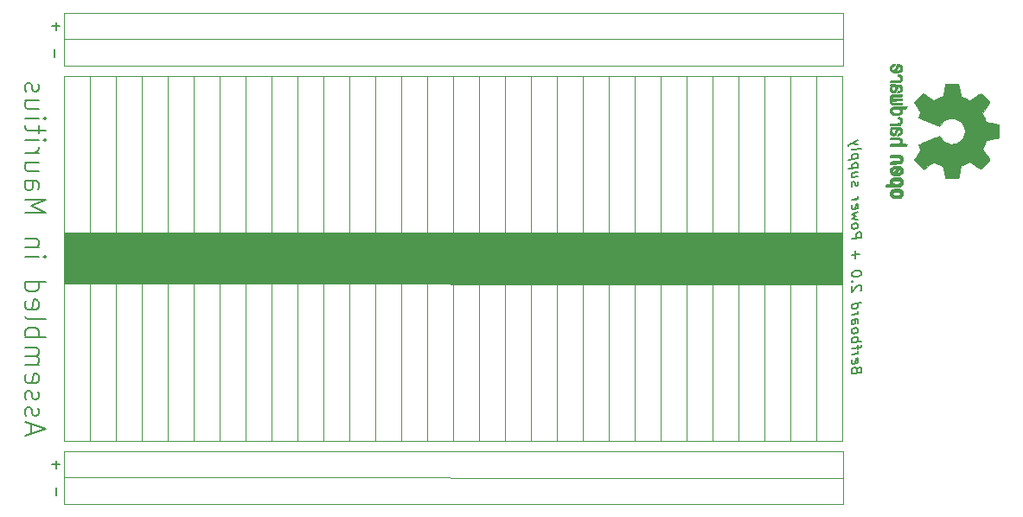
<source format=gbr>
G04 #@! TF.GenerationSoftware,KiCad,Pcbnew,(5.1.6)-1*
G04 #@! TF.CreationDate,2020-06-02T23:24:11+04:00*
G04 #@! TF.ProjectId,Berfboard 2.0-psupply,42657266-626f-4617-9264-20322e302d70,rev?*
G04 #@! TF.SameCoordinates,Original*
G04 #@! TF.FileFunction,Legend,Bot*
G04 #@! TF.FilePolarity,Positive*
%FSLAX46Y46*%
G04 Gerber Fmt 4.6, Leading zero omitted, Abs format (unit mm)*
G04 Created by KiCad (PCBNEW (5.1.6)-1) date 2020-06-02 23:24:11*
%MOMM*%
%LPD*%
G01*
G04 APERTURE LIST*
%ADD10C,0.150000*%
%ADD11C,0.120000*%
%ADD12C,0.100000*%
%ADD13C,0.010000*%
G04 APERTURE END LIST*
D10*
X177152608Y-76105178D02*
X177104989Y-75968273D01*
X177057370Y-75926607D01*
X176962132Y-75890892D01*
X176819275Y-75908749D01*
X176724037Y-75968273D01*
X176676418Y-76021845D01*
X176628799Y-76123035D01*
X176628799Y-76503987D01*
X177628799Y-76378987D01*
X177628799Y-76045654D01*
X177581180Y-75956368D01*
X177533560Y-75914702D01*
X177438322Y-75878987D01*
X177343084Y-75890892D01*
X177247846Y-75950416D01*
X177200227Y-76003987D01*
X177152608Y-76105178D01*
X177152608Y-76438511D01*
X176676418Y-75117083D02*
X176628799Y-75218273D01*
X176628799Y-75408749D01*
X176676418Y-75498035D01*
X176771656Y-75533749D01*
X177152608Y-75486130D01*
X177247846Y-75426607D01*
X177295465Y-75325416D01*
X177295465Y-75134940D01*
X177247846Y-75045654D01*
X177152608Y-75009940D01*
X177057370Y-75021845D01*
X176962132Y-75509940D01*
X176628799Y-74646845D02*
X177295465Y-74563511D01*
X177104989Y-74587321D02*
X177200227Y-74527797D01*
X177247846Y-74474226D01*
X177295465Y-74373035D01*
X177295465Y-74277797D01*
X177295465Y-74087321D02*
X177295465Y-73706368D01*
X176628799Y-74027797D02*
X177485941Y-73920654D01*
X177581180Y-73861130D01*
X177628799Y-73759940D01*
X177628799Y-73664702D01*
X176628799Y-73456368D02*
X177628799Y-73331368D01*
X177247846Y-73378987D02*
X177295465Y-73277797D01*
X177295465Y-73087321D01*
X177247846Y-72998035D01*
X177200227Y-72956368D01*
X177104989Y-72920654D01*
X176819275Y-72956368D01*
X176724037Y-73015892D01*
X176676418Y-73069464D01*
X176628799Y-73170654D01*
X176628799Y-73361130D01*
X176676418Y-73450416D01*
X176628799Y-72408749D02*
X176676418Y-72498035D01*
X176724037Y-72539702D01*
X176819275Y-72575416D01*
X177104989Y-72539702D01*
X177200227Y-72480178D01*
X177247846Y-72426607D01*
X177295465Y-72325416D01*
X177295465Y-72182559D01*
X177247846Y-72093273D01*
X177200227Y-72051607D01*
X177104989Y-72015892D01*
X176819275Y-72051607D01*
X176724037Y-72111130D01*
X176676418Y-72164702D01*
X176628799Y-72265892D01*
X176628799Y-72408749D01*
X176628799Y-71218273D02*
X177152608Y-71152797D01*
X177247846Y-71188511D01*
X177295465Y-71277797D01*
X177295465Y-71468273D01*
X177247846Y-71569464D01*
X176676418Y-71212321D02*
X176628799Y-71313511D01*
X176628799Y-71551607D01*
X176676418Y-71640892D01*
X176771656Y-71676607D01*
X176866894Y-71664702D01*
X176962132Y-71605178D01*
X177009751Y-71503987D01*
X177009751Y-71265892D01*
X177057370Y-71164702D01*
X176628799Y-70742083D02*
X177295465Y-70658749D01*
X177104989Y-70682559D02*
X177200227Y-70623035D01*
X177247846Y-70569464D01*
X177295465Y-70468273D01*
X177295465Y-70373035D01*
X176628799Y-69694464D02*
X177628799Y-69569464D01*
X176676418Y-69688511D02*
X176628799Y-69789702D01*
X176628799Y-69980178D01*
X176676418Y-70069464D01*
X176724037Y-70111130D01*
X176819275Y-70146845D01*
X177104989Y-70111130D01*
X177200227Y-70051607D01*
X177247846Y-69998035D01*
X177295465Y-69896845D01*
X177295465Y-69706368D01*
X177247846Y-69617083D01*
X177533560Y-68390892D02*
X177581180Y-68337321D01*
X177628799Y-68236130D01*
X177628799Y-67998035D01*
X177581180Y-67908749D01*
X177533560Y-67867083D01*
X177438322Y-67831368D01*
X177343084Y-67843273D01*
X177200227Y-67908749D01*
X176628799Y-68551607D01*
X176628799Y-67932559D01*
X176724037Y-67492083D02*
X176676418Y-67450416D01*
X176628799Y-67503987D01*
X176676418Y-67545654D01*
X176724037Y-67492083D01*
X176628799Y-67503987D01*
X177628799Y-66712321D02*
X177628799Y-66617083D01*
X177581180Y-66527797D01*
X177533560Y-66486130D01*
X177438322Y-66450416D01*
X177247846Y-66426607D01*
X177009751Y-66456368D01*
X176819275Y-66527797D01*
X176724037Y-66587321D01*
X176676418Y-66640892D01*
X176628799Y-66742083D01*
X176628799Y-66837321D01*
X176676418Y-66926607D01*
X176724037Y-66968273D01*
X176819275Y-67003987D01*
X177009751Y-67027797D01*
X177247846Y-66998035D01*
X177438322Y-66926607D01*
X177533560Y-66867083D01*
X177581180Y-66813511D01*
X177628799Y-66712321D01*
X177009751Y-65265892D02*
X177009751Y-64503987D01*
X176628799Y-64932559D02*
X177390703Y-64837321D01*
X176628799Y-63313511D02*
X177628799Y-63188511D01*
X177628799Y-62807559D01*
X177581180Y-62718273D01*
X177533560Y-62676607D01*
X177438322Y-62640892D01*
X177295465Y-62658749D01*
X177200227Y-62718273D01*
X177152608Y-62771845D01*
X177104989Y-62873035D01*
X177104989Y-63253987D01*
X176628799Y-62170654D02*
X176676418Y-62259940D01*
X176724037Y-62301607D01*
X176819275Y-62337321D01*
X177104989Y-62301607D01*
X177200227Y-62242083D01*
X177247846Y-62188511D01*
X177295465Y-62087321D01*
X177295465Y-61944464D01*
X177247846Y-61855178D01*
X177200227Y-61813511D01*
X177104989Y-61777797D01*
X176819275Y-61813511D01*
X176724037Y-61873035D01*
X176676418Y-61926607D01*
X176628799Y-62027797D01*
X176628799Y-62170654D01*
X177295465Y-61420654D02*
X176628799Y-61313511D01*
X177104989Y-61063511D01*
X176628799Y-60932559D01*
X177295465Y-60658749D01*
X176676418Y-59974226D02*
X176628799Y-60075416D01*
X176628799Y-60265892D01*
X176676418Y-60355178D01*
X176771656Y-60390892D01*
X177152608Y-60343273D01*
X177247846Y-60283749D01*
X177295465Y-60182559D01*
X177295465Y-59992083D01*
X177247846Y-59902797D01*
X177152608Y-59867083D01*
X177057370Y-59878987D01*
X176962132Y-60367083D01*
X176628799Y-59503987D02*
X177295465Y-59420654D01*
X177104989Y-59444464D02*
X177200227Y-59384940D01*
X177247846Y-59331368D01*
X177295465Y-59230178D01*
X177295465Y-59134940D01*
X176676418Y-58164702D02*
X176628799Y-58075416D01*
X176628799Y-57884940D01*
X176676418Y-57783749D01*
X176771656Y-57724226D01*
X176819275Y-57718273D01*
X176914513Y-57753987D01*
X176962132Y-57843273D01*
X176962132Y-57986130D01*
X177009751Y-58075416D01*
X177104989Y-58111130D01*
X177152608Y-58105178D01*
X177247846Y-58045654D01*
X177295465Y-57944464D01*
X177295465Y-57801607D01*
X177247846Y-57712321D01*
X177295465Y-56801607D02*
X176628799Y-56884940D01*
X177295465Y-57230178D02*
X176771656Y-57295654D01*
X176676418Y-57259940D01*
X176628799Y-57170654D01*
X176628799Y-57027797D01*
X176676418Y-56926607D01*
X176724037Y-56873035D01*
X177295465Y-56325416D02*
X176295465Y-56450416D01*
X177247846Y-56331368D02*
X177295465Y-56230178D01*
X177295465Y-56039702D01*
X177247846Y-55950416D01*
X177200227Y-55908749D01*
X177104989Y-55873035D01*
X176819275Y-55908749D01*
X176724037Y-55968273D01*
X176676418Y-56021845D01*
X176628799Y-56123035D01*
X176628799Y-56313511D01*
X176676418Y-56402797D01*
X177295465Y-55420654D02*
X176295465Y-55545654D01*
X177247846Y-55426607D02*
X177295465Y-55325416D01*
X177295465Y-55134940D01*
X177247846Y-55045654D01*
X177200227Y-55003987D01*
X177104989Y-54968273D01*
X176819275Y-55003987D01*
X176724037Y-55063511D01*
X176676418Y-55117083D01*
X176628799Y-55218273D01*
X176628799Y-55408749D01*
X176676418Y-55498035D01*
X176628799Y-54456368D02*
X176676418Y-54545654D01*
X176771656Y-54581368D01*
X177628799Y-54474226D01*
X177295465Y-54087321D02*
X176628799Y-53932559D01*
X177295465Y-53611130D02*
X176628799Y-53932559D01*
X176390703Y-54057559D01*
X176343084Y-54111130D01*
X176295465Y-54212321D01*
D11*
X99504500Y-86677500D02*
X175831500Y-86741000D01*
X175831500Y-89281000D02*
X99504500Y-89281000D01*
X175831500Y-84074000D02*
X175831500Y-89281000D01*
X99504500Y-84074000D02*
X175831500Y-84074000D01*
X99504500Y-43751500D02*
X175831500Y-43751500D01*
X175831500Y-46355000D02*
X99504500Y-46355000D01*
X175831500Y-41148000D02*
X175831500Y-46355000D01*
X99504500Y-41148000D02*
X175831500Y-41148000D01*
D10*
X96300966Y-82392276D02*
X96300966Y-81439895D01*
X95729538Y-82582752D02*
X97729538Y-81916085D01*
X95729538Y-81249419D01*
X95824776Y-80677990D02*
X95729538Y-80487514D01*
X95729538Y-80106561D01*
X95824776Y-79916085D01*
X96015252Y-79820847D01*
X96110490Y-79820847D01*
X96300966Y-79916085D01*
X96396204Y-80106561D01*
X96396204Y-80392276D01*
X96491442Y-80582752D01*
X96681919Y-80677990D01*
X96777157Y-80677990D01*
X96967633Y-80582752D01*
X97062871Y-80392276D01*
X97062871Y-80106561D01*
X96967633Y-79916085D01*
X95824776Y-79058942D02*
X95729538Y-78868466D01*
X95729538Y-78487514D01*
X95824776Y-78297038D01*
X96015252Y-78201800D01*
X96110490Y-78201800D01*
X96300966Y-78297038D01*
X96396204Y-78487514D01*
X96396204Y-78773228D01*
X96491442Y-78963704D01*
X96681919Y-79058942D01*
X96777157Y-79058942D01*
X96967633Y-78963704D01*
X97062871Y-78773228D01*
X97062871Y-78487514D01*
X96967633Y-78297038D01*
X95824776Y-76582752D02*
X95729538Y-76773228D01*
X95729538Y-77154180D01*
X95824776Y-77344657D01*
X96015252Y-77439895D01*
X96777157Y-77439895D01*
X96967633Y-77344657D01*
X97062871Y-77154180D01*
X97062871Y-76773228D01*
X96967633Y-76582752D01*
X96777157Y-76487514D01*
X96586680Y-76487514D01*
X96396204Y-77439895D01*
X95729538Y-75630371D02*
X97062871Y-75630371D01*
X96872395Y-75630371D02*
X96967633Y-75535133D01*
X97062871Y-75344657D01*
X97062871Y-75058942D01*
X96967633Y-74868466D01*
X96777157Y-74773228D01*
X95729538Y-74773228D01*
X96777157Y-74773228D02*
X96967633Y-74677990D01*
X97062871Y-74487514D01*
X97062871Y-74201800D01*
X96967633Y-74011323D01*
X96777157Y-73916085D01*
X95729538Y-73916085D01*
X95729538Y-72963704D02*
X97729538Y-72963704D01*
X96967633Y-72963704D02*
X97062871Y-72773228D01*
X97062871Y-72392276D01*
X96967633Y-72201800D01*
X96872395Y-72106561D01*
X96681919Y-72011323D01*
X96110490Y-72011323D01*
X95920014Y-72106561D01*
X95824776Y-72201800D01*
X95729538Y-72392276D01*
X95729538Y-72773228D01*
X95824776Y-72963704D01*
X95729538Y-70868466D02*
X95824776Y-71058942D01*
X96015252Y-71154180D01*
X97729538Y-71154180D01*
X95824776Y-69344657D02*
X95729538Y-69535133D01*
X95729538Y-69916085D01*
X95824776Y-70106561D01*
X96015252Y-70201800D01*
X96777157Y-70201800D01*
X96967633Y-70106561D01*
X97062871Y-69916085D01*
X97062871Y-69535133D01*
X96967633Y-69344657D01*
X96777157Y-69249419D01*
X96586680Y-69249419D01*
X96396204Y-70201800D01*
X95729538Y-67535133D02*
X97729538Y-67535133D01*
X95824776Y-67535133D02*
X95729538Y-67725609D01*
X95729538Y-68106561D01*
X95824776Y-68297038D01*
X95920014Y-68392276D01*
X96110490Y-68487514D01*
X96681919Y-68487514D01*
X96872395Y-68392276D01*
X96967633Y-68297038D01*
X97062871Y-68106561D01*
X97062871Y-67725609D01*
X96967633Y-67535133D01*
X95729538Y-65058942D02*
X97062871Y-65058942D01*
X97729538Y-65058942D02*
X97634300Y-65154180D01*
X97539061Y-65058942D01*
X97634300Y-64963704D01*
X97729538Y-65058942D01*
X97539061Y-65058942D01*
X97062871Y-64106561D02*
X95729538Y-64106561D01*
X96872395Y-64106561D02*
X96967633Y-64011323D01*
X97062871Y-63820847D01*
X97062871Y-63535133D01*
X96967633Y-63344657D01*
X96777157Y-63249419D01*
X95729538Y-63249419D01*
X95729538Y-60773228D02*
X97729538Y-60773228D01*
X96300966Y-60106561D01*
X97729538Y-59439895D01*
X95729538Y-59439895D01*
X95729538Y-57630371D02*
X96777157Y-57630371D01*
X96967633Y-57725609D01*
X97062871Y-57916085D01*
X97062871Y-58297038D01*
X96967633Y-58487514D01*
X95824776Y-57630371D02*
X95729538Y-57820847D01*
X95729538Y-58297038D01*
X95824776Y-58487514D01*
X96015252Y-58582752D01*
X96205728Y-58582752D01*
X96396204Y-58487514D01*
X96491442Y-58297038D01*
X96491442Y-57820847D01*
X96586680Y-57630371D01*
X97062871Y-55820847D02*
X95729538Y-55820847D01*
X97062871Y-56677990D02*
X96015252Y-56677990D01*
X95824776Y-56582752D01*
X95729538Y-56392276D01*
X95729538Y-56106561D01*
X95824776Y-55916085D01*
X95920014Y-55820847D01*
X95729538Y-54868466D02*
X97062871Y-54868466D01*
X96681919Y-54868466D02*
X96872395Y-54773228D01*
X96967633Y-54677990D01*
X97062871Y-54487514D01*
X97062871Y-54297038D01*
X95729538Y-53630371D02*
X97062871Y-53630371D01*
X97729538Y-53630371D02*
X97634300Y-53725609D01*
X97539061Y-53630371D01*
X97634300Y-53535133D01*
X97729538Y-53630371D01*
X97539061Y-53630371D01*
X97062871Y-52963704D02*
X97062871Y-52201800D01*
X97729538Y-52677990D02*
X96015252Y-52677990D01*
X95824776Y-52582752D01*
X95729538Y-52392276D01*
X95729538Y-52201800D01*
X95729538Y-51535133D02*
X97062871Y-51535133D01*
X97729538Y-51535133D02*
X97634300Y-51630371D01*
X97539061Y-51535133D01*
X97634300Y-51439895D01*
X97729538Y-51535133D01*
X97539061Y-51535133D01*
X97062871Y-49725609D02*
X95729538Y-49725609D01*
X97062871Y-50582752D02*
X96015252Y-50582752D01*
X95824776Y-50487514D01*
X95729538Y-50297038D01*
X95729538Y-50011323D01*
X95824776Y-49820847D01*
X95920014Y-49725609D01*
X95824776Y-48868466D02*
X95729538Y-48677990D01*
X95729538Y-48297038D01*
X95824776Y-48106561D01*
X96015252Y-48011323D01*
X96110490Y-48011323D01*
X96300966Y-48106561D01*
X96396204Y-48297038D01*
X96396204Y-48582752D01*
X96491442Y-48773228D01*
X96681919Y-48868466D01*
X96777157Y-48868466D01*
X96967633Y-48773228D01*
X97062871Y-48582752D01*
X97062871Y-48297038D01*
X96967633Y-48106561D01*
D12*
G36*
X175768000Y-67767200D02*
G01*
X99517200Y-67716400D01*
X99517200Y-62687200D01*
X175768000Y-62687200D01*
X175768000Y-67767200D01*
G37*
X175768000Y-67767200D02*
X99517200Y-67716400D01*
X99517200Y-62687200D01*
X175768000Y-62687200D01*
X175768000Y-67767200D01*
D11*
X99504500Y-47371000D02*
X175768000Y-47371000D01*
X175768000Y-83058000D02*
X99517200Y-83058000D01*
D10*
X98636128Y-45478652D02*
X98636128Y-44716747D01*
X98386947Y-42464028D02*
X99148852Y-42464028D01*
X98767900Y-42844980D02*
X98767900Y-42083076D01*
X98734571Y-87630047D02*
X98734571Y-88391952D01*
X99123452Y-85399571D02*
X98361547Y-85399571D01*
X98742500Y-85018619D02*
X98742500Y-85780523D01*
D11*
X99504500Y-84074000D02*
X99504500Y-86868000D01*
X99504500Y-86677500D02*
X99504500Y-89281000D01*
X99504500Y-46355000D02*
X99504500Y-41148000D01*
X175768000Y-83058000D02*
X175768000Y-47371000D01*
X173228000Y-47371000D02*
X173228000Y-83058000D01*
X170688000Y-83058000D02*
X170688000Y-47371000D01*
X168148000Y-47371000D02*
X168148000Y-83058000D01*
X165608000Y-83058000D02*
X165608000Y-47371000D01*
X163068000Y-47371000D02*
X163068000Y-83058000D01*
X160528000Y-83058000D02*
X160528000Y-47371000D01*
X157988000Y-47371000D02*
X157988000Y-83058000D01*
X155448000Y-83058000D02*
X155448000Y-47371000D01*
X152908000Y-47371000D02*
X152908000Y-83058000D01*
X150368000Y-83058000D02*
X150368000Y-47371000D01*
X147828000Y-47371000D02*
X147828000Y-83058000D01*
X145288000Y-83058000D02*
X145288000Y-47371000D01*
X142748000Y-47371000D02*
X142748000Y-83058000D01*
X140208000Y-83058000D02*
X140208000Y-47371000D01*
X137668000Y-47371000D02*
X137668000Y-83058000D01*
X135128000Y-83058000D02*
X135128000Y-47371000D01*
X132588000Y-83058000D02*
X132588000Y-47371000D01*
X130048000Y-83058000D02*
X130048000Y-47371000D01*
X127508000Y-83058000D02*
X127508000Y-47371000D01*
X124968000Y-47371000D02*
X124968000Y-83058000D01*
X122428000Y-83058000D02*
X122428000Y-47371000D01*
X119888000Y-47371000D02*
X119888000Y-82994500D01*
X117348000Y-83058000D02*
X117348000Y-47371000D01*
X114808000Y-47371000D02*
X114808000Y-83058000D01*
X112268000Y-83058000D02*
X112268000Y-47371000D01*
X109728000Y-83058000D02*
X109728000Y-47371000D01*
X107188000Y-47371000D02*
X107188000Y-83058000D01*
X104648000Y-83058000D02*
X104648000Y-47371000D01*
X102044500Y-47371000D02*
X102108000Y-83058000D01*
X99504500Y-47371000D02*
X99504500Y-83058000D01*
D13*
G36*
X191073682Y-52546786D02*
G01*
X191072817Y-52388794D01*
X191070475Y-52274453D01*
X191065918Y-52196393D01*
X191058410Y-52147246D01*
X191047214Y-52119641D01*
X191031592Y-52106208D01*
X191010807Y-52099579D01*
X191008117Y-52098935D01*
X190959567Y-52088865D01*
X190863775Y-52070225D01*
X190730937Y-52044955D01*
X190571249Y-52014993D01*
X190394906Y-51982278D01*
X190388713Y-51981136D01*
X190215898Y-51948367D01*
X190063211Y-51917707D01*
X189939809Y-51891136D01*
X189854849Y-51870633D01*
X189817490Y-51858174D01*
X189816828Y-51857580D01*
X189798585Y-51820881D01*
X189768183Y-51745214D01*
X189732187Y-51646922D01*
X189731995Y-51646375D01*
X189685458Y-51522567D01*
X189626176Y-51376604D01*
X189566571Y-51239019D01*
X189563624Y-51232507D01*
X189461915Y-51008410D01*
X189800783Y-50512181D01*
X189904088Y-50359954D01*
X189996443Y-50222059D01*
X190072596Y-50106485D01*
X190127295Y-50021221D01*
X190155287Y-49974256D01*
X190157363Y-49969796D01*
X190148120Y-49935666D01*
X190103524Y-49871919D01*
X190021471Y-49776069D01*
X189899859Y-49645631D01*
X189770475Y-49512472D01*
X189642978Y-49384106D01*
X189526634Y-49269219D01*
X189428628Y-49174727D01*
X189356144Y-49107547D01*
X189316367Y-49074594D01*
X189314319Y-49073368D01*
X189287024Y-49069726D01*
X189242446Y-49083450D01*
X189174568Y-49117931D01*
X189077369Y-49176561D01*
X188944829Y-49262730D01*
X188774204Y-49377600D01*
X188624025Y-49479546D01*
X188489330Y-49570677D01*
X188377940Y-49645727D01*
X188297675Y-49699431D01*
X188256355Y-49726520D01*
X188253550Y-49728226D01*
X188213959Y-49724918D01*
X188137011Y-49699847D01*
X188037248Y-49658002D01*
X188005389Y-49643088D01*
X187863454Y-49578014D01*
X187702407Y-49508588D01*
X187563059Y-49452191D01*
X187459636Y-49411553D01*
X187381038Y-49379274D01*
X187339960Y-49360622D01*
X187336795Y-49358303D01*
X187331552Y-49323997D01*
X187317186Y-49243131D01*
X187295743Y-49126457D01*
X187269267Y-48984725D01*
X187239803Y-48828690D01*
X187209397Y-48669102D01*
X187180092Y-48516715D01*
X187153935Y-48382279D01*
X187132970Y-48276548D01*
X187119241Y-48210274D01*
X187115360Y-48194018D01*
X187105780Y-48177227D01*
X187084144Y-48164551D01*
X187043149Y-48155422D01*
X186975491Y-48149269D01*
X186873868Y-48145520D01*
X186730977Y-48143608D01*
X186539515Y-48142960D01*
X186461035Y-48142926D01*
X185822774Y-48142926D01*
X185792520Y-48296202D01*
X185776116Y-48381478D01*
X185752171Y-48508730D01*
X185723573Y-48662485D01*
X185693213Y-48827266D01*
X185684874Y-48872811D01*
X185655310Y-49024868D01*
X185626238Y-49157332D01*
X185600351Y-49259086D01*
X185580343Y-49319012D01*
X185574379Y-49328995D01*
X185532146Y-49353507D01*
X185450310Y-49388652D01*
X185344997Y-49427627D01*
X185322312Y-49435358D01*
X185181662Y-49486440D01*
X185022966Y-49549846D01*
X184880455Y-49611896D01*
X184879794Y-49612202D01*
X184656240Y-49715533D01*
X183656448Y-49035839D01*
X183219380Y-49472179D01*
X183089299Y-49604151D01*
X182974632Y-49724521D01*
X182881499Y-49826527D01*
X182816022Y-49903409D01*
X182784323Y-49948407D01*
X182782312Y-49954862D01*
X182798151Y-49992760D01*
X182842184Y-50070092D01*
X182909190Y-50178411D01*
X182993946Y-50309268D01*
X183088864Y-50450748D01*
X183185682Y-50594339D01*
X183269929Y-50722365D01*
X183336422Y-50826695D01*
X183379978Y-50899200D01*
X183395416Y-50931642D01*
X183382352Y-50971224D01*
X183347930Y-51046281D01*
X183299300Y-51141332D01*
X183293895Y-51151408D01*
X183229700Y-51279409D01*
X183198217Y-51367182D01*
X183197882Y-51421772D01*
X183227132Y-51450225D01*
X183227542Y-51450390D01*
X183262182Y-51464612D01*
X183344411Y-51498531D01*
X183467866Y-51549516D01*
X183626182Y-51614938D01*
X183812994Y-51692166D01*
X184021938Y-51778571D01*
X184224234Y-51862249D01*
X184447480Y-51954212D01*
X184654288Y-52038650D01*
X184838318Y-52113031D01*
X184993229Y-52174826D01*
X185112684Y-52221503D01*
X185190341Y-52250532D01*
X185219324Y-52259478D01*
X185252570Y-52237044D01*
X185305557Y-52178361D01*
X185363976Y-52100111D01*
X185548728Y-51877266D01*
X185760498Y-51703082D01*
X185994824Y-51579646D01*
X186247246Y-51509046D01*
X186513303Y-51493369D01*
X186636105Y-51504764D01*
X186890887Y-51566850D01*
X187115879Y-51673777D01*
X187308863Y-51818911D01*
X187467619Y-51995622D01*
X187589930Y-52197278D01*
X187673575Y-52417246D01*
X187716336Y-52648894D01*
X187715993Y-52885591D01*
X187670328Y-53120705D01*
X187577121Y-53347604D01*
X187434153Y-53559656D01*
X187353297Y-53648164D01*
X187145673Y-53817911D01*
X186918785Y-53936101D01*
X186679247Y-54003522D01*
X186433673Y-54020960D01*
X186188677Y-53989202D01*
X185950872Y-53909035D01*
X185726873Y-53781245D01*
X185523293Y-53606620D01*
X185363976Y-53411488D01*
X185303078Y-53330209D01*
X185250665Y-53272791D01*
X185219274Y-53252122D01*
X185185041Y-53262944D01*
X185103261Y-53293723D01*
X184980273Y-53341926D01*
X184822417Y-53405022D01*
X184636031Y-53480478D01*
X184427454Y-53565762D01*
X184224184Y-53649581D01*
X184000747Y-53742055D01*
X183793696Y-53827711D01*
X183609394Y-53903918D01*
X183454205Y-53968047D01*
X183334492Y-54017468D01*
X183256619Y-54049552D01*
X183227542Y-54061441D01*
X183198003Y-54089526D01*
X183198089Y-54143851D01*
X183229354Y-54231405D01*
X183293351Y-54359181D01*
X183293895Y-54360192D01*
X183343559Y-54456398D01*
X183379735Y-54534169D01*
X183395272Y-54578023D01*
X183395416Y-54579958D01*
X183379656Y-54612971D01*
X183335830Y-54685854D01*
X183269123Y-54790478D01*
X183184716Y-54918710D01*
X183088864Y-55060852D01*
X182991813Y-55205567D01*
X182907410Y-55335996D01*
X182840879Y-55443690D01*
X182797442Y-55520202D01*
X182782312Y-55556738D01*
X182802198Y-55590382D01*
X182857777Y-55658024D01*
X182942926Y-55752907D01*
X183051527Y-55868270D01*
X183177459Y-55997355D01*
X183219531Y-56039571D01*
X183656749Y-56476061D01*
X184144340Y-56143823D01*
X184294075Y-56042854D01*
X184428460Y-55954238D01*
X184539711Y-55882946D01*
X184620041Y-55833950D01*
X184661666Y-55812222D01*
X184664627Y-55811585D01*
X184703862Y-55823040D01*
X184782785Y-55853851D01*
X184888171Y-55898684D01*
X184958726Y-55930153D01*
X185093804Y-55988992D01*
X185230271Y-56044404D01*
X185345577Y-56087364D01*
X185380703Y-56099034D01*
X185474506Y-56132189D01*
X185546986Y-56164599D01*
X185574379Y-56182401D01*
X185591144Y-56221686D01*
X185614910Y-56307426D01*
X185642983Y-56428497D01*
X185672671Y-56573773D01*
X185684874Y-56638788D01*
X185715212Y-56803887D01*
X185744587Y-56962248D01*
X185770111Y-57098396D01*
X185788895Y-57196857D01*
X185792520Y-57215398D01*
X185822774Y-57368673D01*
X186461035Y-57368673D01*
X186670910Y-57368329D01*
X186829700Y-57366916D01*
X186944707Y-57363864D01*
X187023234Y-57358603D01*
X187072584Y-57350563D01*
X187100061Y-57339173D01*
X187112967Y-57323863D01*
X187115360Y-57317582D01*
X187123847Y-57279696D01*
X187140780Y-57195995D01*
X187164114Y-57077233D01*
X187191805Y-56934161D01*
X187221807Y-56777532D01*
X187252076Y-56618097D01*
X187280565Y-56466609D01*
X187305231Y-56333819D01*
X187324029Y-56230481D01*
X187334913Y-56167345D01*
X187336795Y-56153297D01*
X187361976Y-56140570D01*
X187429058Y-56112400D01*
X187525347Y-56074052D01*
X187563059Y-56059409D01*
X187708759Y-56000348D01*
X187869729Y-55930800D01*
X188005389Y-55868512D01*
X188109119Y-55822679D01*
X188194354Y-55792187D01*
X188246554Y-55782008D01*
X188253550Y-55783631D01*
X188286578Y-55805143D01*
X188360037Y-55854265D01*
X188466103Y-55925723D01*
X188596954Y-56014245D01*
X188744768Y-56114559D01*
X188773946Y-56134394D01*
X188946817Y-56250788D01*
X189078454Y-56336348D01*
X189174919Y-56394484D01*
X189242272Y-56428608D01*
X189286574Y-56442131D01*
X189313886Y-56438464D01*
X189314060Y-56438370D01*
X189349934Y-56409507D01*
X189419289Y-56345667D01*
X189514935Y-56253769D01*
X189629681Y-56140733D01*
X189756339Y-56013479D01*
X189770475Y-55999128D01*
X189925777Y-55838757D01*
X190039810Y-55714995D01*
X190114678Y-55625355D01*
X190152484Y-55567352D01*
X190157363Y-55541804D01*
X190136077Y-55504518D01*
X190086907Y-55427143D01*
X190015105Y-55317667D01*
X189925925Y-55184080D01*
X189824617Y-55034370D01*
X189800783Y-54999418D01*
X189461915Y-54503190D01*
X189563624Y-54279093D01*
X189622897Y-54142811D01*
X189682510Y-53996524D01*
X189730040Y-53870765D01*
X189731995Y-53865225D01*
X189768003Y-53766857D01*
X189798451Y-53691029D01*
X189816775Y-53654082D01*
X189816828Y-53654020D01*
X189849951Y-53642296D01*
X189931413Y-53622368D01*
X190052055Y-53596213D01*
X190202721Y-53565810D01*
X190374252Y-53533137D01*
X190388713Y-53530464D01*
X190565445Y-53497690D01*
X190725870Y-53467602D01*
X190859792Y-53442139D01*
X190957017Y-53423241D01*
X191007348Y-53412847D01*
X191008117Y-53412665D01*
X191029527Y-53406339D01*
X191045692Y-53394039D01*
X191057349Y-53368394D01*
X191065235Y-53322035D01*
X191070087Y-53247592D01*
X191072641Y-53137695D01*
X191073635Y-52984975D01*
X191073806Y-52782062D01*
X191073806Y-52755800D01*
X191073682Y-52546786D01*
G37*
X191073682Y-52546786D02*
X191072817Y-52388794D01*
X191070475Y-52274453D01*
X191065918Y-52196393D01*
X191058410Y-52147246D01*
X191047214Y-52119641D01*
X191031592Y-52106208D01*
X191010807Y-52099579D01*
X191008117Y-52098935D01*
X190959567Y-52088865D01*
X190863775Y-52070225D01*
X190730937Y-52044955D01*
X190571249Y-52014993D01*
X190394906Y-51982278D01*
X190388713Y-51981136D01*
X190215898Y-51948367D01*
X190063211Y-51917707D01*
X189939809Y-51891136D01*
X189854849Y-51870633D01*
X189817490Y-51858174D01*
X189816828Y-51857580D01*
X189798585Y-51820881D01*
X189768183Y-51745214D01*
X189732187Y-51646922D01*
X189731995Y-51646375D01*
X189685458Y-51522567D01*
X189626176Y-51376604D01*
X189566571Y-51239019D01*
X189563624Y-51232507D01*
X189461915Y-51008410D01*
X189800783Y-50512181D01*
X189904088Y-50359954D01*
X189996443Y-50222059D01*
X190072596Y-50106485D01*
X190127295Y-50021221D01*
X190155287Y-49974256D01*
X190157363Y-49969796D01*
X190148120Y-49935666D01*
X190103524Y-49871919D01*
X190021471Y-49776069D01*
X189899859Y-49645631D01*
X189770475Y-49512472D01*
X189642978Y-49384106D01*
X189526634Y-49269219D01*
X189428628Y-49174727D01*
X189356144Y-49107547D01*
X189316367Y-49074594D01*
X189314319Y-49073368D01*
X189287024Y-49069726D01*
X189242446Y-49083450D01*
X189174568Y-49117931D01*
X189077369Y-49176561D01*
X188944829Y-49262730D01*
X188774204Y-49377600D01*
X188624025Y-49479546D01*
X188489330Y-49570677D01*
X188377940Y-49645727D01*
X188297675Y-49699431D01*
X188256355Y-49726520D01*
X188253550Y-49728226D01*
X188213959Y-49724918D01*
X188137011Y-49699847D01*
X188037248Y-49658002D01*
X188005389Y-49643088D01*
X187863454Y-49578014D01*
X187702407Y-49508588D01*
X187563059Y-49452191D01*
X187459636Y-49411553D01*
X187381038Y-49379274D01*
X187339960Y-49360622D01*
X187336795Y-49358303D01*
X187331552Y-49323997D01*
X187317186Y-49243131D01*
X187295743Y-49126457D01*
X187269267Y-48984725D01*
X187239803Y-48828690D01*
X187209397Y-48669102D01*
X187180092Y-48516715D01*
X187153935Y-48382279D01*
X187132970Y-48276548D01*
X187119241Y-48210274D01*
X187115360Y-48194018D01*
X187105780Y-48177227D01*
X187084144Y-48164551D01*
X187043149Y-48155422D01*
X186975491Y-48149269D01*
X186873868Y-48145520D01*
X186730977Y-48143608D01*
X186539515Y-48142960D01*
X186461035Y-48142926D01*
X185822774Y-48142926D01*
X185792520Y-48296202D01*
X185776116Y-48381478D01*
X185752171Y-48508730D01*
X185723573Y-48662485D01*
X185693213Y-48827266D01*
X185684874Y-48872811D01*
X185655310Y-49024868D01*
X185626238Y-49157332D01*
X185600351Y-49259086D01*
X185580343Y-49319012D01*
X185574379Y-49328995D01*
X185532146Y-49353507D01*
X185450310Y-49388652D01*
X185344997Y-49427627D01*
X185322312Y-49435358D01*
X185181662Y-49486440D01*
X185022966Y-49549846D01*
X184880455Y-49611896D01*
X184879794Y-49612202D01*
X184656240Y-49715533D01*
X183656448Y-49035839D01*
X183219380Y-49472179D01*
X183089299Y-49604151D01*
X182974632Y-49724521D01*
X182881499Y-49826527D01*
X182816022Y-49903409D01*
X182784323Y-49948407D01*
X182782312Y-49954862D01*
X182798151Y-49992760D01*
X182842184Y-50070092D01*
X182909190Y-50178411D01*
X182993946Y-50309268D01*
X183088864Y-50450748D01*
X183185682Y-50594339D01*
X183269929Y-50722365D01*
X183336422Y-50826695D01*
X183379978Y-50899200D01*
X183395416Y-50931642D01*
X183382352Y-50971224D01*
X183347930Y-51046281D01*
X183299300Y-51141332D01*
X183293895Y-51151408D01*
X183229700Y-51279409D01*
X183198217Y-51367182D01*
X183197882Y-51421772D01*
X183227132Y-51450225D01*
X183227542Y-51450390D01*
X183262182Y-51464612D01*
X183344411Y-51498531D01*
X183467866Y-51549516D01*
X183626182Y-51614938D01*
X183812994Y-51692166D01*
X184021938Y-51778571D01*
X184224234Y-51862249D01*
X184447480Y-51954212D01*
X184654288Y-52038650D01*
X184838318Y-52113031D01*
X184993229Y-52174826D01*
X185112684Y-52221503D01*
X185190341Y-52250532D01*
X185219324Y-52259478D01*
X185252570Y-52237044D01*
X185305557Y-52178361D01*
X185363976Y-52100111D01*
X185548728Y-51877266D01*
X185760498Y-51703082D01*
X185994824Y-51579646D01*
X186247246Y-51509046D01*
X186513303Y-51493369D01*
X186636105Y-51504764D01*
X186890887Y-51566850D01*
X187115879Y-51673777D01*
X187308863Y-51818911D01*
X187467619Y-51995622D01*
X187589930Y-52197278D01*
X187673575Y-52417246D01*
X187716336Y-52648894D01*
X187715993Y-52885591D01*
X187670328Y-53120705D01*
X187577121Y-53347604D01*
X187434153Y-53559656D01*
X187353297Y-53648164D01*
X187145673Y-53817911D01*
X186918785Y-53936101D01*
X186679247Y-54003522D01*
X186433673Y-54020960D01*
X186188677Y-53989202D01*
X185950872Y-53909035D01*
X185726873Y-53781245D01*
X185523293Y-53606620D01*
X185363976Y-53411488D01*
X185303078Y-53330209D01*
X185250665Y-53272791D01*
X185219274Y-53252122D01*
X185185041Y-53262944D01*
X185103261Y-53293723D01*
X184980273Y-53341926D01*
X184822417Y-53405022D01*
X184636031Y-53480478D01*
X184427454Y-53565762D01*
X184224184Y-53649581D01*
X184000747Y-53742055D01*
X183793696Y-53827711D01*
X183609394Y-53903918D01*
X183454205Y-53968047D01*
X183334492Y-54017468D01*
X183256619Y-54049552D01*
X183227542Y-54061441D01*
X183198003Y-54089526D01*
X183198089Y-54143851D01*
X183229354Y-54231405D01*
X183293351Y-54359181D01*
X183293895Y-54360192D01*
X183343559Y-54456398D01*
X183379735Y-54534169D01*
X183395272Y-54578023D01*
X183395416Y-54579958D01*
X183379656Y-54612971D01*
X183335830Y-54685854D01*
X183269123Y-54790478D01*
X183184716Y-54918710D01*
X183088864Y-55060852D01*
X182991813Y-55205567D01*
X182907410Y-55335996D01*
X182840879Y-55443690D01*
X182797442Y-55520202D01*
X182782312Y-55556738D01*
X182802198Y-55590382D01*
X182857777Y-55658024D01*
X182942926Y-55752907D01*
X183051527Y-55868270D01*
X183177459Y-55997355D01*
X183219531Y-56039571D01*
X183656749Y-56476061D01*
X184144340Y-56143823D01*
X184294075Y-56042854D01*
X184428460Y-55954238D01*
X184539711Y-55882946D01*
X184620041Y-55833950D01*
X184661666Y-55812222D01*
X184664627Y-55811585D01*
X184703862Y-55823040D01*
X184782785Y-55853851D01*
X184888171Y-55898684D01*
X184958726Y-55930153D01*
X185093804Y-55988992D01*
X185230271Y-56044404D01*
X185345577Y-56087364D01*
X185380703Y-56099034D01*
X185474506Y-56132189D01*
X185546986Y-56164599D01*
X185574379Y-56182401D01*
X185591144Y-56221686D01*
X185614910Y-56307426D01*
X185642983Y-56428497D01*
X185672671Y-56573773D01*
X185684874Y-56638788D01*
X185715212Y-56803887D01*
X185744587Y-56962248D01*
X185770111Y-57098396D01*
X185788895Y-57196857D01*
X185792520Y-57215398D01*
X185822774Y-57368673D01*
X186461035Y-57368673D01*
X186670910Y-57368329D01*
X186829700Y-57366916D01*
X186944707Y-57363864D01*
X187023234Y-57358603D01*
X187072584Y-57350563D01*
X187100061Y-57339173D01*
X187112967Y-57323863D01*
X187115360Y-57317582D01*
X187123847Y-57279696D01*
X187140780Y-57195995D01*
X187164114Y-57077233D01*
X187191805Y-56934161D01*
X187221807Y-56777532D01*
X187252076Y-56618097D01*
X187280565Y-56466609D01*
X187305231Y-56333819D01*
X187324029Y-56230481D01*
X187334913Y-56167345D01*
X187336795Y-56153297D01*
X187361976Y-56140570D01*
X187429058Y-56112400D01*
X187525347Y-56074052D01*
X187563059Y-56059409D01*
X187708759Y-56000348D01*
X187869729Y-55930800D01*
X188005389Y-55868512D01*
X188109119Y-55822679D01*
X188194354Y-55792187D01*
X188246554Y-55782008D01*
X188253550Y-55783631D01*
X188286578Y-55805143D01*
X188360037Y-55854265D01*
X188466103Y-55925723D01*
X188596954Y-56014245D01*
X188744768Y-56114559D01*
X188773946Y-56134394D01*
X188946817Y-56250788D01*
X189078454Y-56336348D01*
X189174919Y-56394484D01*
X189242272Y-56428608D01*
X189286574Y-56442131D01*
X189313886Y-56438464D01*
X189314060Y-56438370D01*
X189349934Y-56409507D01*
X189419289Y-56345667D01*
X189514935Y-56253769D01*
X189629681Y-56140733D01*
X189756339Y-56013479D01*
X189770475Y-55999128D01*
X189925777Y-55838757D01*
X190039810Y-55714995D01*
X190114678Y-55625355D01*
X190152484Y-55567352D01*
X190157363Y-55541804D01*
X190136077Y-55504518D01*
X190086907Y-55427143D01*
X190015105Y-55317667D01*
X189925925Y-55184080D01*
X189824617Y-55034370D01*
X189800783Y-54999418D01*
X189461915Y-54503190D01*
X189563624Y-54279093D01*
X189622897Y-54142811D01*
X189682510Y-53996524D01*
X189730040Y-53870765D01*
X189731995Y-53865225D01*
X189768003Y-53766857D01*
X189798451Y-53691029D01*
X189816775Y-53654082D01*
X189816828Y-53654020D01*
X189849951Y-53642296D01*
X189931413Y-53622368D01*
X190052055Y-53596213D01*
X190202721Y-53565810D01*
X190374252Y-53533137D01*
X190388713Y-53530464D01*
X190565445Y-53497690D01*
X190725870Y-53467602D01*
X190859792Y-53442139D01*
X190957017Y-53423241D01*
X191007348Y-53412847D01*
X191008117Y-53412665D01*
X191029527Y-53406339D01*
X191045692Y-53394039D01*
X191057349Y-53368394D01*
X191065235Y-53322035D01*
X191070087Y-53247592D01*
X191072641Y-53137695D01*
X191073635Y-52984975D01*
X191073806Y-52782062D01*
X191073806Y-52755800D01*
X191073682Y-52546786D01*
G36*
X181570140Y-46412361D02*
G01*
X181494646Y-46296850D01*
X181427063Y-46241136D01*
X181304425Y-46196996D01*
X181207382Y-46193491D01*
X181077624Y-46201432D01*
X180946641Y-46500685D01*
X180879722Y-46646189D01*
X180825890Y-46741263D01*
X180779264Y-46790699D01*
X180733960Y-46799289D01*
X180684098Y-46771828D01*
X180651048Y-46741547D01*
X180598047Y-46653437D01*
X180594333Y-46557604D01*
X180635639Y-46469588D01*
X180717697Y-46404931D01*
X180746672Y-46393367D01*
X180837171Y-46337975D01*
X180875740Y-46274247D01*
X180908734Y-46186834D01*
X180783646Y-46186834D01*
X180698524Y-46194562D01*
X180626742Y-46224834D01*
X180544324Y-46288282D01*
X180533614Y-46297712D01*
X180460289Y-46368287D01*
X180420938Y-46428953D01*
X180402835Y-46504850D01*
X180396906Y-46567770D01*
X180395429Y-46680313D01*
X180414145Y-46760430D01*
X180441933Y-46810410D01*
X180503039Y-46888962D01*
X180569126Y-46943337D01*
X180652239Y-46977748D01*
X180764426Y-46996412D01*
X180917734Y-47003544D01*
X180995544Y-47004113D01*
X181088827Y-47002178D01*
X181088827Y-46825901D01*
X181038784Y-46823856D01*
X181030588Y-46818761D01*
X181041722Y-46785134D01*
X181071187Y-46712770D01*
X181113079Y-46616053D01*
X181122083Y-46595827D01*
X181184238Y-46473597D01*
X181238865Y-46406253D01*
X181290031Y-46391452D01*
X181341804Y-46426853D01*
X181364680Y-46456089D01*
X181410430Y-46561584D01*
X181402872Y-46660324D01*
X181347029Y-46742988D01*
X181247927Y-46800252D01*
X181169266Y-46818612D01*
X181088827Y-46825901D01*
X181088827Y-47002178D01*
X181177329Y-47000341D01*
X181311827Y-46986441D01*
X181409764Y-46958906D01*
X181481869Y-46914228D01*
X181538867Y-46848899D01*
X181557287Y-46820417D01*
X181605258Y-46691037D01*
X181608277Y-46549388D01*
X181570140Y-46412361D01*
G37*
X181570140Y-46412361D02*
X181494646Y-46296850D01*
X181427063Y-46241136D01*
X181304425Y-46196996D01*
X181207382Y-46193491D01*
X181077624Y-46201432D01*
X180946641Y-46500685D01*
X180879722Y-46646189D01*
X180825890Y-46741263D01*
X180779264Y-46790699D01*
X180733960Y-46799289D01*
X180684098Y-46771828D01*
X180651048Y-46741547D01*
X180598047Y-46653437D01*
X180594333Y-46557604D01*
X180635639Y-46469588D01*
X180717697Y-46404931D01*
X180746672Y-46393367D01*
X180837171Y-46337975D01*
X180875740Y-46274247D01*
X180908734Y-46186834D01*
X180783646Y-46186834D01*
X180698524Y-46194562D01*
X180626742Y-46224834D01*
X180544324Y-46288282D01*
X180533614Y-46297712D01*
X180460289Y-46368287D01*
X180420938Y-46428953D01*
X180402835Y-46504850D01*
X180396906Y-46567770D01*
X180395429Y-46680313D01*
X180414145Y-46760430D01*
X180441933Y-46810410D01*
X180503039Y-46888962D01*
X180569126Y-46943337D01*
X180652239Y-46977748D01*
X180764426Y-46996412D01*
X180917734Y-47003544D01*
X180995544Y-47004113D01*
X181088827Y-47002178D01*
X181088827Y-46825901D01*
X181038784Y-46823856D01*
X181030588Y-46818761D01*
X181041722Y-46785134D01*
X181071187Y-46712770D01*
X181113079Y-46616053D01*
X181122083Y-46595827D01*
X181184238Y-46473597D01*
X181238865Y-46406253D01*
X181290031Y-46391452D01*
X181341804Y-46426853D01*
X181364680Y-46456089D01*
X181410430Y-46561584D01*
X181402872Y-46660324D01*
X181347029Y-46742988D01*
X181247927Y-46800252D01*
X181169266Y-46818612D01*
X181088827Y-46825901D01*
X181088827Y-47002178D01*
X181177329Y-47000341D01*
X181311827Y-46986441D01*
X181409764Y-46958906D01*
X181481869Y-46914228D01*
X181538867Y-46848899D01*
X181557287Y-46820417D01*
X181605258Y-46691037D01*
X181608277Y-46549388D01*
X181570140Y-46412361D01*
G36*
X181586662Y-47420110D02*
G01*
X181571411Y-47385215D01*
X181505445Y-47301923D01*
X181410062Y-47230697D01*
X181308274Y-47186647D01*
X181258093Y-47179478D01*
X181188033Y-47203515D01*
X181150963Y-47256239D01*
X181128516Y-47312769D01*
X181124380Y-47338654D01*
X181154397Y-47351258D01*
X181219719Y-47376146D01*
X181249235Y-47387065D01*
X181351332Y-47448292D01*
X181402257Y-47536939D01*
X181400691Y-47650607D01*
X181398686Y-47659026D01*
X181369913Y-47719712D01*
X181313821Y-47764326D01*
X181223517Y-47794798D01*
X181092109Y-47813056D01*
X180912706Y-47821029D01*
X180817247Y-47821777D01*
X180666767Y-47822148D01*
X180564185Y-47824577D01*
X180499008Y-47831040D01*
X180460742Y-47843512D01*
X180438895Y-47863967D01*
X180422973Y-47894381D01*
X180422171Y-47896139D01*
X180397408Y-47954709D01*
X180388289Y-47983725D01*
X180415858Y-47988184D01*
X180492060Y-47992001D01*
X180607139Y-47994901D01*
X180751339Y-47996609D01*
X180856866Y-47996949D01*
X181061067Y-47995212D01*
X181215983Y-47988418D01*
X181330656Y-47974193D01*
X181414129Y-47950162D01*
X181475444Y-47913952D01*
X181523646Y-47863188D01*
X181557287Y-47813061D01*
X181602061Y-47692525D01*
X181612159Y-47552243D01*
X181586662Y-47420110D01*
G37*
X181586662Y-47420110D02*
X181571411Y-47385215D01*
X181505445Y-47301923D01*
X181410062Y-47230697D01*
X181308274Y-47186647D01*
X181258093Y-47179478D01*
X181188033Y-47203515D01*
X181150963Y-47256239D01*
X181128516Y-47312769D01*
X181124380Y-47338654D01*
X181154397Y-47351258D01*
X181219719Y-47376146D01*
X181249235Y-47387065D01*
X181351332Y-47448292D01*
X181402257Y-47536939D01*
X181400691Y-47650607D01*
X181398686Y-47659026D01*
X181369913Y-47719712D01*
X181313821Y-47764326D01*
X181223517Y-47794798D01*
X181092109Y-47813056D01*
X180912706Y-47821029D01*
X180817247Y-47821777D01*
X180666767Y-47822148D01*
X180564185Y-47824577D01*
X180499008Y-47831040D01*
X180460742Y-47843512D01*
X180438895Y-47863967D01*
X180422973Y-47894381D01*
X180422171Y-47896139D01*
X180397408Y-47954709D01*
X180388289Y-47983725D01*
X180415858Y-47988184D01*
X180492060Y-47992001D01*
X180607139Y-47994901D01*
X180751339Y-47996609D01*
X180856866Y-47996949D01*
X181061067Y-47995212D01*
X181215983Y-47988418D01*
X181330656Y-47974193D01*
X181414129Y-47950162D01*
X181475444Y-47913952D01*
X181523646Y-47863188D01*
X181557287Y-47813061D01*
X181602061Y-47692525D01*
X181612159Y-47552243D01*
X181586662Y-47420110D01*
G36*
X181591524Y-48441394D02*
G01*
X181553287Y-48357331D01*
X181506954Y-48291350D01*
X181455148Y-48243006D01*
X181388317Y-48209628D01*
X181296911Y-48188547D01*
X181171379Y-48177093D01*
X181002172Y-48172597D01*
X180890747Y-48172122D01*
X180456053Y-48172122D01*
X180422171Y-48246484D01*
X180397408Y-48305054D01*
X180388289Y-48334070D01*
X180415423Y-48339621D01*
X180488586Y-48344025D01*
X180595417Y-48346722D01*
X180680243Y-48347294D01*
X180802793Y-48349754D01*
X180900012Y-48356388D01*
X180959546Y-48366074D01*
X180972197Y-48373768D01*
X180959278Y-48425489D01*
X180926141Y-48506683D01*
X180881219Y-48600698D01*
X180832945Y-48690883D01*
X180789752Y-48760585D01*
X180760072Y-48793152D01*
X180759751Y-48793281D01*
X180704823Y-48790480D01*
X180652388Y-48765361D01*
X180609799Y-48721259D01*
X180595554Y-48656891D01*
X180597214Y-48601879D01*
X180598435Y-48523965D01*
X180580182Y-48483068D01*
X180531954Y-48458505D01*
X180522860Y-48455408D01*
X180454082Y-48444760D01*
X180412320Y-48473235D01*
X180392417Y-48547456D01*
X180388736Y-48627632D01*
X180416022Y-48771910D01*
X180454990Y-48846597D01*
X180546532Y-48938837D01*
X180658898Y-48987757D01*
X180777629Y-48992146D01*
X180888269Y-48950799D01*
X180957600Y-48888603D01*
X180996415Y-48826506D01*
X181045555Y-48728905D01*
X181095388Y-48615168D01*
X181103003Y-48596210D01*
X181158135Y-48471279D01*
X181206726Y-48399261D01*
X181255033Y-48376100D01*
X181309310Y-48397736D01*
X181351737Y-48434880D01*
X181403978Y-48522673D01*
X181407896Y-48619270D01*
X181367639Y-48707856D01*
X181287354Y-48771614D01*
X181266640Y-48779983D01*
X181190455Y-48828704D01*
X181133895Y-48899835D01*
X181087479Y-48989593D01*
X181219096Y-48989593D01*
X181299512Y-48984310D01*
X181362894Y-48961658D01*
X181430517Y-48911433D01*
X181482604Y-48863218D01*
X181556358Y-48788246D01*
X181595978Y-48729994D01*
X181611870Y-48667428D01*
X181614496Y-48596607D01*
X181591524Y-48441394D01*
G37*
X181591524Y-48441394D02*
X181553287Y-48357331D01*
X181506954Y-48291350D01*
X181455148Y-48243006D01*
X181388317Y-48209628D01*
X181296911Y-48188547D01*
X181171379Y-48177093D01*
X181002172Y-48172597D01*
X180890747Y-48172122D01*
X180456053Y-48172122D01*
X180422171Y-48246484D01*
X180397408Y-48305054D01*
X180388289Y-48334070D01*
X180415423Y-48339621D01*
X180488586Y-48344025D01*
X180595417Y-48346722D01*
X180680243Y-48347294D01*
X180802793Y-48349754D01*
X180900012Y-48356388D01*
X180959546Y-48366074D01*
X180972197Y-48373768D01*
X180959278Y-48425489D01*
X180926141Y-48506683D01*
X180881219Y-48600698D01*
X180832945Y-48690883D01*
X180789752Y-48760585D01*
X180760072Y-48793152D01*
X180759751Y-48793281D01*
X180704823Y-48790480D01*
X180652388Y-48765361D01*
X180609799Y-48721259D01*
X180595554Y-48656891D01*
X180597214Y-48601879D01*
X180598435Y-48523965D01*
X180580182Y-48483068D01*
X180531954Y-48458505D01*
X180522860Y-48455408D01*
X180454082Y-48444760D01*
X180412320Y-48473235D01*
X180392417Y-48547456D01*
X180388736Y-48627632D01*
X180416022Y-48771910D01*
X180454990Y-48846597D01*
X180546532Y-48938837D01*
X180658898Y-48987757D01*
X180777629Y-48992146D01*
X180888269Y-48950799D01*
X180957600Y-48888603D01*
X180996415Y-48826506D01*
X181045555Y-48728905D01*
X181095388Y-48615168D01*
X181103003Y-48596210D01*
X181158135Y-48471279D01*
X181206726Y-48399261D01*
X181255033Y-48376100D01*
X181309310Y-48397736D01*
X181351737Y-48434880D01*
X181403978Y-48522673D01*
X181407896Y-48619270D01*
X181367639Y-48707856D01*
X181287354Y-48771614D01*
X181266640Y-48779983D01*
X181190455Y-48828704D01*
X181133895Y-48899835D01*
X181087479Y-48989593D01*
X181219096Y-48989593D01*
X181299512Y-48984310D01*
X181362894Y-48961658D01*
X181430517Y-48911433D01*
X181482604Y-48863218D01*
X181556358Y-48788246D01*
X181595978Y-48729994D01*
X181611870Y-48667428D01*
X181614496Y-48596607D01*
X181591524Y-48441394D01*
G36*
X181586840Y-49175676D02*
G01*
X181510027Y-49171221D01*
X181393289Y-49167729D01*
X181245859Y-49165485D01*
X181091225Y-49164765D01*
X180567953Y-49164765D01*
X180475563Y-49257155D01*
X180418633Y-49320822D01*
X180395573Y-49376711D01*
X180397033Y-49453098D01*
X180400746Y-49483420D01*
X180411554Y-49578190D01*
X180417747Y-49656578D01*
X180418319Y-49675685D01*
X180414578Y-49740101D01*
X180405186Y-49832229D01*
X180400746Y-49867950D01*
X180393879Y-49955686D01*
X180408795Y-50014647D01*
X180454845Y-50073110D01*
X180475563Y-50094215D01*
X180567953Y-50186605D01*
X181546733Y-50186605D01*
X181580614Y-50112242D01*
X181605710Y-50048210D01*
X181614496Y-50010748D01*
X181586730Y-50001143D01*
X181509150Y-49992165D01*
X181390332Y-49984414D01*
X181238852Y-49978486D01*
X181110875Y-49975627D01*
X180607255Y-49967639D01*
X180597402Y-49897952D01*
X180604291Y-49834571D01*
X180626597Y-49803514D01*
X180668301Y-49794833D01*
X180757136Y-49787422D01*
X180881846Y-49781869D01*
X181031173Y-49778764D01*
X181108019Y-49778316D01*
X181550393Y-49777869D01*
X181582445Y-49685926D01*
X181604237Y-49620851D01*
X181614399Y-49585453D01*
X181614496Y-49584432D01*
X181586871Y-49580880D01*
X181510269Y-49576977D01*
X181394101Y-49573049D01*
X181247776Y-49569424D01*
X181110875Y-49566892D01*
X180607255Y-49558903D01*
X180607255Y-49383731D01*
X181066715Y-49375693D01*
X181526175Y-49367654D01*
X181570336Y-49282257D01*
X181600661Y-49219207D01*
X181614422Y-49181890D01*
X181614496Y-49180813D01*
X181586840Y-49175676D01*
G37*
X181586840Y-49175676D02*
X181510027Y-49171221D01*
X181393289Y-49167729D01*
X181245859Y-49165485D01*
X181091225Y-49164765D01*
X180567953Y-49164765D01*
X180475563Y-49257155D01*
X180418633Y-49320822D01*
X180395573Y-49376711D01*
X180397033Y-49453098D01*
X180400746Y-49483420D01*
X180411554Y-49578190D01*
X180417747Y-49656578D01*
X180418319Y-49675685D01*
X180414578Y-49740101D01*
X180405186Y-49832229D01*
X180400746Y-49867950D01*
X180393879Y-49955686D01*
X180408795Y-50014647D01*
X180454845Y-50073110D01*
X180475563Y-50094215D01*
X180567953Y-50186605D01*
X181546733Y-50186605D01*
X181580614Y-50112242D01*
X181605710Y-50048210D01*
X181614496Y-50010748D01*
X181586730Y-50001143D01*
X181509150Y-49992165D01*
X181390332Y-49984414D01*
X181238852Y-49978486D01*
X181110875Y-49975627D01*
X180607255Y-49967639D01*
X180597402Y-49897952D01*
X180604291Y-49834571D01*
X180626597Y-49803514D01*
X180668301Y-49794833D01*
X180757136Y-49787422D01*
X180881846Y-49781869D01*
X181031173Y-49778764D01*
X181108019Y-49778316D01*
X181550393Y-49777869D01*
X181582445Y-49685926D01*
X181604237Y-49620851D01*
X181614399Y-49585453D01*
X181614496Y-49584432D01*
X181586871Y-49580880D01*
X181510269Y-49576977D01*
X181394101Y-49573049D01*
X181247776Y-49569424D01*
X181110875Y-49566892D01*
X180607255Y-49558903D01*
X180607255Y-49383731D01*
X181066715Y-49375693D01*
X181526175Y-49367654D01*
X181570336Y-49282257D01*
X181600661Y-49219207D01*
X181614422Y-49181890D01*
X181614496Y-49180813D01*
X181586840Y-49175676D01*
G36*
X181372225Y-50361886D02*
G01*
X181154019Y-50362257D01*
X180986161Y-50363692D01*
X180860610Y-50366798D01*
X180769325Y-50372178D01*
X180704265Y-50380438D01*
X180657389Y-50392184D01*
X180620656Y-50408019D01*
X180599689Y-50420010D01*
X180485986Y-50519310D01*
X180414715Y-50645212D01*
X180389142Y-50784509D01*
X180412530Y-50923995D01*
X180454561Y-51007057D01*
X180527269Y-51094255D01*
X180616068Y-51153683D01*
X180732360Y-51189539D01*
X180887545Y-51206019D01*
X181001393Y-51208353D01*
X181009574Y-51208039D01*
X181009574Y-51004076D01*
X180879023Y-51002830D01*
X180792600Y-50997122D01*
X180736062Y-50983996D01*
X180695166Y-50960494D01*
X180664318Y-50932414D01*
X180604775Y-50838112D01*
X180599688Y-50736860D01*
X180649401Y-50641164D01*
X180656137Y-50633716D01*
X180691178Y-50601926D01*
X180732869Y-50581992D01*
X180794918Y-50571200D01*
X180891036Y-50566835D01*
X180997301Y-50566145D01*
X181130800Y-50567641D01*
X181219858Y-50573836D01*
X181278387Y-50587286D01*
X181320298Y-50610549D01*
X181342557Y-50629625D01*
X181398695Y-50718237D01*
X181405445Y-50820292D01*
X181362566Y-50917705D01*
X181346648Y-50936504D01*
X181311298Y-50968507D01*
X181269178Y-50988482D01*
X181206429Y-50999207D01*
X181109193Y-51003461D01*
X181009574Y-51004076D01*
X181009574Y-51208039D01*
X181184733Y-51201296D01*
X181322485Y-51177328D01*
X181426048Y-51132252D01*
X181506824Y-51061872D01*
X181548225Y-51007057D01*
X181592952Y-50907424D01*
X181613713Y-50791945D01*
X181608155Y-50684601D01*
X181585737Y-50624536D01*
X181579357Y-50600965D01*
X181603145Y-50585323D01*
X181666892Y-50574405D01*
X181763993Y-50566145D01*
X181872139Y-50557101D01*
X181937205Y-50544539D01*
X181974412Y-50521681D01*
X181998981Y-50481749D01*
X182009861Y-50456662D01*
X182049608Y-50361777D01*
X181372225Y-50361886D01*
G37*
X181372225Y-50361886D02*
X181154019Y-50362257D01*
X180986161Y-50363692D01*
X180860610Y-50366798D01*
X180769325Y-50372178D01*
X180704265Y-50380438D01*
X180657389Y-50392184D01*
X180620656Y-50408019D01*
X180599689Y-50420010D01*
X180485986Y-50519310D01*
X180414715Y-50645212D01*
X180389142Y-50784509D01*
X180412530Y-50923995D01*
X180454561Y-51007057D01*
X180527269Y-51094255D01*
X180616068Y-51153683D01*
X180732360Y-51189539D01*
X180887545Y-51206019D01*
X181001393Y-51208353D01*
X181009574Y-51208039D01*
X181009574Y-51004076D01*
X180879023Y-51002830D01*
X180792600Y-50997122D01*
X180736062Y-50983996D01*
X180695166Y-50960494D01*
X180664318Y-50932414D01*
X180604775Y-50838112D01*
X180599688Y-50736860D01*
X180649401Y-50641164D01*
X180656137Y-50633716D01*
X180691178Y-50601926D01*
X180732869Y-50581992D01*
X180794918Y-50571200D01*
X180891036Y-50566835D01*
X180997301Y-50566145D01*
X181130800Y-50567641D01*
X181219858Y-50573836D01*
X181278387Y-50587286D01*
X181320298Y-50610549D01*
X181342557Y-50629625D01*
X181398695Y-50718237D01*
X181405445Y-50820292D01*
X181362566Y-50917705D01*
X181346648Y-50936504D01*
X181311298Y-50968507D01*
X181269178Y-50988482D01*
X181206429Y-50999207D01*
X181109193Y-51003461D01*
X181009574Y-51004076D01*
X181009574Y-51208039D01*
X181184733Y-51201296D01*
X181322485Y-51177328D01*
X181426048Y-51132252D01*
X181506824Y-51061872D01*
X181548225Y-51007057D01*
X181592952Y-50907424D01*
X181613713Y-50791945D01*
X181608155Y-50684601D01*
X181585737Y-50624536D01*
X181579357Y-50600965D01*
X181603145Y-50585323D01*
X181666892Y-50574405D01*
X181763993Y-50566145D01*
X181872139Y-50557101D01*
X181937205Y-50544539D01*
X181974412Y-50521681D01*
X181998981Y-50481749D01*
X182009861Y-50456662D01*
X182049608Y-50361777D01*
X181372225Y-50361886D01*
G36*
X181604760Y-51689857D02*
G01*
X181555821Y-51557235D01*
X181469261Y-51449790D01*
X181408328Y-51407768D01*
X181296519Y-51361957D01*
X181215674Y-51362909D01*
X181161302Y-51410992D01*
X181152056Y-51428783D01*
X181123230Y-51505596D01*
X181130615Y-51544824D01*
X181179022Y-51558111D01*
X181205760Y-51558788D01*
X181304132Y-51583114D01*
X181372946Y-51646519D01*
X181406182Y-51734646D01*
X181397819Y-51833137D01*
X181354384Y-51913198D01*
X181329608Y-51940239D01*
X181299551Y-51959406D01*
X181254115Y-51972354D01*
X181183204Y-51980736D01*
X181076720Y-51986207D01*
X180924568Y-51990422D01*
X180876393Y-51991513D01*
X180711585Y-51995493D01*
X180595592Y-52000019D01*
X180518847Y-52006805D01*
X180471787Y-52017569D01*
X180444845Y-52034027D01*
X180428457Y-52057894D01*
X180421217Y-52073174D01*
X180396460Y-52138067D01*
X180388289Y-52176266D01*
X180415577Y-52188888D01*
X180498077Y-52196592D01*
X180636739Y-52199420D01*
X180832518Y-52197414D01*
X180862715Y-52196789D01*
X181041331Y-52192379D01*
X181171757Y-52187165D01*
X181264188Y-52179745D01*
X181328822Y-52168718D01*
X181375855Y-52152683D01*
X181415484Y-52130239D01*
X181432465Y-52118498D01*
X181507600Y-52051181D01*
X181566042Y-51975890D01*
X181571144Y-51966672D01*
X181611420Y-51831667D01*
X181604760Y-51689857D01*
G37*
X181604760Y-51689857D02*
X181555821Y-51557235D01*
X181469261Y-51449790D01*
X181408328Y-51407768D01*
X181296519Y-51361957D01*
X181215674Y-51362909D01*
X181161302Y-51410992D01*
X181152056Y-51428783D01*
X181123230Y-51505596D01*
X181130615Y-51544824D01*
X181179022Y-51558111D01*
X181205760Y-51558788D01*
X181304132Y-51583114D01*
X181372946Y-51646519D01*
X181406182Y-51734646D01*
X181397819Y-51833137D01*
X181354384Y-51913198D01*
X181329608Y-51940239D01*
X181299551Y-51959406D01*
X181254115Y-51972354D01*
X181183204Y-51980736D01*
X181076720Y-51986207D01*
X180924568Y-51990422D01*
X180876393Y-51991513D01*
X180711585Y-51995493D01*
X180595592Y-52000019D01*
X180518847Y-52006805D01*
X180471787Y-52017569D01*
X180444845Y-52034027D01*
X180428457Y-52057894D01*
X180421217Y-52073174D01*
X180396460Y-52138067D01*
X180388289Y-52176266D01*
X180415577Y-52188888D01*
X180498077Y-52196592D01*
X180636739Y-52199420D01*
X180832518Y-52197414D01*
X180862715Y-52196789D01*
X181041331Y-52192379D01*
X181171757Y-52187165D01*
X181264188Y-52179745D01*
X181328822Y-52168718D01*
X181375855Y-52152683D01*
X181415484Y-52130239D01*
X181432465Y-52118498D01*
X181507600Y-52051181D01*
X181566042Y-51975890D01*
X181571144Y-51966672D01*
X181611420Y-51831667D01*
X181604760Y-51689857D01*
G36*
X181602320Y-52675856D02*
G01*
X181559838Y-52561457D01*
X181559022Y-52560148D01*
X181506950Y-52489397D01*
X181446096Y-52437164D01*
X181366793Y-52400429D01*
X181259371Y-52376166D01*
X181114163Y-52361355D01*
X180921501Y-52352971D01*
X180894052Y-52352236D01*
X180480159Y-52341680D01*
X180434224Y-52430509D01*
X180403182Y-52494782D01*
X180388474Y-52533590D01*
X180388289Y-52535385D01*
X180415430Y-52542100D01*
X180488639Y-52547435D01*
X180595599Y-52550717D01*
X180682211Y-52551432D01*
X180822518Y-52551449D01*
X180910629Y-52557863D01*
X180952655Y-52580220D01*
X180954705Y-52628068D01*
X180922890Y-52710951D01*
X180864408Y-52836087D01*
X180815835Y-52928103D01*
X180773694Y-52975429D01*
X180727764Y-52989342D01*
X180725491Y-52989363D01*
X180646369Y-52966405D01*
X180603625Y-52898430D01*
X180597434Y-52794402D01*
X180598508Y-52719470D01*
X180576927Y-52679961D01*
X180525089Y-52655322D01*
X180459048Y-52641141D01*
X180421576Y-52661577D01*
X180416213Y-52669272D01*
X180394674Y-52741717D01*
X180391625Y-52843167D01*
X180405902Y-52947643D01*
X180431992Y-53021675D01*
X180518895Y-53124028D01*
X180639864Y-53182209D01*
X180734372Y-53193731D01*
X180819618Y-53184938D01*
X180889204Y-53153120D01*
X180951008Y-53090116D01*
X181012908Y-52987769D01*
X181082783Y-52837918D01*
X181086732Y-52828788D01*
X181149092Y-52693803D01*
X181200234Y-52610506D01*
X181246192Y-52574803D01*
X181292997Y-52582597D01*
X181346682Y-52629793D01*
X181359036Y-52643906D01*
X181406939Y-52738441D01*
X181404922Y-52836394D01*
X181357956Y-52921703D01*
X181271011Y-52978304D01*
X181253946Y-52983563D01*
X181171176Y-53034777D01*
X181131308Y-53099763D01*
X181091798Y-53193731D01*
X181194022Y-53193731D01*
X181342608Y-53165147D01*
X181478896Y-53080305D01*
X181524489Y-53036155D01*
X181583006Y-52935795D01*
X181609496Y-52808165D01*
X181602320Y-52675856D01*
G37*
X181602320Y-52675856D02*
X181559838Y-52561457D01*
X181559022Y-52560148D01*
X181506950Y-52489397D01*
X181446096Y-52437164D01*
X181366793Y-52400429D01*
X181259371Y-52376166D01*
X181114163Y-52361355D01*
X180921501Y-52352971D01*
X180894052Y-52352236D01*
X180480159Y-52341680D01*
X180434224Y-52430509D01*
X180403182Y-52494782D01*
X180388474Y-52533590D01*
X180388289Y-52535385D01*
X180415430Y-52542100D01*
X180488639Y-52547435D01*
X180595599Y-52550717D01*
X180682211Y-52551432D01*
X180822518Y-52551449D01*
X180910629Y-52557863D01*
X180952655Y-52580220D01*
X180954705Y-52628068D01*
X180922890Y-52710951D01*
X180864408Y-52836087D01*
X180815835Y-52928103D01*
X180773694Y-52975429D01*
X180727764Y-52989342D01*
X180725491Y-52989363D01*
X180646369Y-52966405D01*
X180603625Y-52898430D01*
X180597434Y-52794402D01*
X180598508Y-52719470D01*
X180576927Y-52679961D01*
X180525089Y-52655322D01*
X180459048Y-52641141D01*
X180421576Y-52661577D01*
X180416213Y-52669272D01*
X180394674Y-52741717D01*
X180391625Y-52843167D01*
X180405902Y-52947643D01*
X180431992Y-53021675D01*
X180518895Y-53124028D01*
X180639864Y-53182209D01*
X180734372Y-53193731D01*
X180819618Y-53184938D01*
X180889204Y-53153120D01*
X180951008Y-53090116D01*
X181012908Y-52987769D01*
X181082783Y-52837918D01*
X181086732Y-52828788D01*
X181149092Y-52693803D01*
X181200234Y-52610506D01*
X181246192Y-52574803D01*
X181292997Y-52582597D01*
X181346682Y-52629793D01*
X181359036Y-52643906D01*
X181406939Y-52738441D01*
X181404922Y-52836394D01*
X181357956Y-52921703D01*
X181271011Y-52978304D01*
X181253946Y-52983563D01*
X181171176Y-53034777D01*
X181131308Y-53099763D01*
X181091798Y-53193731D01*
X181194022Y-53193731D01*
X181342608Y-53165147D01*
X181478896Y-53080305D01*
X181524489Y-53036155D01*
X181583006Y-52935795D01*
X181609496Y-52808165D01*
X181602320Y-52675856D01*
G36*
X181802823Y-54011202D02*
G01*
X181683492Y-54002646D01*
X181613174Y-53992819D01*
X181582501Y-53979201D01*
X181582109Y-53959273D01*
X181585770Y-53952811D01*
X181612282Y-53866860D01*
X181610734Y-53755055D01*
X181583481Y-53641386D01*
X181548225Y-53570290D01*
X181491902Y-53497395D01*
X181428161Y-53444107D01*
X181347170Y-53407525D01*
X181239094Y-53384750D01*
X181094100Y-53372881D01*
X180902354Y-53369018D01*
X180865571Y-53368949D01*
X180452392Y-53368903D01*
X180420341Y-53460846D01*
X180398536Y-53526148D01*
X180388383Y-53561976D01*
X180388289Y-53563030D01*
X180415820Y-53566558D01*
X180491757Y-53569561D01*
X180606115Y-53571810D01*
X180748911Y-53573076D01*
X180835729Y-53573271D01*
X181006907Y-53573677D01*
X181129592Y-53575768D01*
X181213680Y-53580853D01*
X181269066Y-53590240D01*
X181305648Y-53605239D01*
X181333321Y-53627158D01*
X181346648Y-53640843D01*
X181400352Y-53734851D01*
X181404373Y-53837436D01*
X181358955Y-53930510D01*
X181342557Y-53947722D01*
X181311723Y-53972968D01*
X181275149Y-53990480D01*
X181222265Y-54001658D01*
X181142503Y-54007904D01*
X181025295Y-54010618D01*
X180863689Y-54011202D01*
X180452392Y-54011202D01*
X180420341Y-54103145D01*
X180398536Y-54168447D01*
X180388383Y-54204275D01*
X180388289Y-54205329D01*
X180416232Y-54208025D01*
X180495050Y-54210455D01*
X180617227Y-54212522D01*
X180775248Y-54214129D01*
X180961597Y-54215177D01*
X181168760Y-54215569D01*
X181177974Y-54215570D01*
X181967660Y-54215570D01*
X182007683Y-54120685D01*
X182047707Y-54025800D01*
X181802823Y-54011202D01*
G37*
X181802823Y-54011202D02*
X181683492Y-54002646D01*
X181613174Y-53992819D01*
X181582501Y-53979201D01*
X181582109Y-53959273D01*
X181585770Y-53952811D01*
X181612282Y-53866860D01*
X181610734Y-53755055D01*
X181583481Y-53641386D01*
X181548225Y-53570290D01*
X181491902Y-53497395D01*
X181428161Y-53444107D01*
X181347170Y-53407525D01*
X181239094Y-53384750D01*
X181094100Y-53372881D01*
X180902354Y-53369018D01*
X180865571Y-53368949D01*
X180452392Y-53368903D01*
X180420341Y-53460846D01*
X180398536Y-53526148D01*
X180388383Y-53561976D01*
X180388289Y-53563030D01*
X180415820Y-53566558D01*
X180491757Y-53569561D01*
X180606115Y-53571810D01*
X180748911Y-53573076D01*
X180835729Y-53573271D01*
X181006907Y-53573677D01*
X181129592Y-53575768D01*
X181213680Y-53580853D01*
X181269066Y-53590240D01*
X181305648Y-53605239D01*
X181333321Y-53627158D01*
X181346648Y-53640843D01*
X181400352Y-53734851D01*
X181404373Y-53837436D01*
X181358955Y-53930510D01*
X181342557Y-53947722D01*
X181311723Y-53972968D01*
X181275149Y-53990480D01*
X181222265Y-54001658D01*
X181142503Y-54007904D01*
X181025295Y-54010618D01*
X180863689Y-54011202D01*
X180452392Y-54011202D01*
X180420341Y-54103145D01*
X180398536Y-54168447D01*
X180388383Y-54204275D01*
X180388289Y-54205329D01*
X180416232Y-54208025D01*
X180495050Y-54210455D01*
X180617227Y-54212522D01*
X180775248Y-54214129D01*
X180961597Y-54215177D01*
X181168760Y-54215569D01*
X181177974Y-54215570D01*
X181967660Y-54215570D01*
X182007683Y-54120685D01*
X182047707Y-54025800D01*
X181802823Y-54011202D01*
G36*
X181642004Y-56440248D02*
G01*
X181564569Y-56325142D01*
X181452731Y-56236189D01*
X181310415Y-56183051D01*
X181205665Y-56172303D01*
X181161954Y-56173524D01*
X181128486Y-56183744D01*
X181098501Y-56211839D01*
X181065240Y-56266684D01*
X181021942Y-56357155D01*
X180961847Y-56492128D01*
X180961546Y-56492811D01*
X180904643Y-56617049D01*
X180854115Y-56718927D01*
X180815400Y-56788033D01*
X180793940Y-56813954D01*
X180793767Y-56813961D01*
X180747036Y-56791115D01*
X180695526Y-56737691D01*
X180658419Y-56676358D01*
X180651048Y-56645285D01*
X180676542Y-56560511D01*
X180740389Y-56487507D01*
X180810586Y-56451887D01*
X180862337Y-56417620D01*
X180921271Y-56350497D01*
X180972184Y-56271592D01*
X180999871Y-56201979D01*
X181001393Y-56187423D01*
X180976359Y-56171037D01*
X180912369Y-56170050D01*
X180826087Y-56182092D01*
X180734179Y-56204793D01*
X180653311Y-56235786D01*
X180650171Y-56237352D01*
X180519946Y-56330619D01*
X180431369Y-56451496D01*
X180387894Y-56588773D01*
X180392974Y-56731240D01*
X180450064Y-56867688D01*
X180454078Y-56873755D01*
X180551354Y-56981090D01*
X180678271Y-57051668D01*
X180845154Y-57090726D01*
X180892041Y-57095968D01*
X181113351Y-57105252D01*
X181216556Y-57094122D01*
X181216556Y-56813961D01*
X181152177Y-56810321D01*
X181133389Y-56790411D01*
X181147445Y-56740774D01*
X181180671Y-56662533D01*
X181222321Y-56575074D01*
X181223424Y-56572901D01*
X181262415Y-56498770D01*
X181288436Y-56469019D01*
X181315715Y-56476355D01*
X181351559Y-56507247D01*
X181403429Y-56585840D01*
X181407241Y-56670477D01*
X181369491Y-56746397D01*
X181296679Y-56798835D01*
X181216556Y-56813961D01*
X181216556Y-57094122D01*
X181290419Y-57086156D01*
X181430851Y-57037166D01*
X181529233Y-56968964D01*
X181628650Y-56845865D01*
X181677969Y-56710272D01*
X181681112Y-56571845D01*
X181642004Y-56440248D01*
G37*
X181642004Y-56440248D02*
X181564569Y-56325142D01*
X181452731Y-56236189D01*
X181310415Y-56183051D01*
X181205665Y-56172303D01*
X181161954Y-56173524D01*
X181128486Y-56183744D01*
X181098501Y-56211839D01*
X181065240Y-56266684D01*
X181021942Y-56357155D01*
X180961847Y-56492128D01*
X180961546Y-56492811D01*
X180904643Y-56617049D01*
X180854115Y-56718927D01*
X180815400Y-56788033D01*
X180793940Y-56813954D01*
X180793767Y-56813961D01*
X180747036Y-56791115D01*
X180695526Y-56737691D01*
X180658419Y-56676358D01*
X180651048Y-56645285D01*
X180676542Y-56560511D01*
X180740389Y-56487507D01*
X180810586Y-56451887D01*
X180862337Y-56417620D01*
X180921271Y-56350497D01*
X180972184Y-56271592D01*
X180999871Y-56201979D01*
X181001393Y-56187423D01*
X180976359Y-56171037D01*
X180912369Y-56170050D01*
X180826087Y-56182092D01*
X180734179Y-56204793D01*
X180653311Y-56235786D01*
X180650171Y-56237352D01*
X180519946Y-56330619D01*
X180431369Y-56451496D01*
X180387894Y-56588773D01*
X180392974Y-56731240D01*
X180450064Y-56867688D01*
X180454078Y-56873755D01*
X180551354Y-56981090D01*
X180678271Y-57051668D01*
X180845154Y-57090726D01*
X180892041Y-57095968D01*
X181113351Y-57105252D01*
X181216556Y-57094122D01*
X181216556Y-56813961D01*
X181152177Y-56810321D01*
X181133389Y-56790411D01*
X181147445Y-56740774D01*
X181180671Y-56662533D01*
X181222321Y-56575074D01*
X181223424Y-56572901D01*
X181262415Y-56498770D01*
X181288436Y-56469019D01*
X181315715Y-56476355D01*
X181351559Y-56507247D01*
X181403429Y-56585840D01*
X181407241Y-56670477D01*
X181369491Y-56746397D01*
X181296679Y-56798835D01*
X181216556Y-56813961D01*
X181216556Y-57094122D01*
X181290419Y-57086156D01*
X181430851Y-57037166D01*
X181529233Y-56968964D01*
X181628650Y-56845865D01*
X181677969Y-56710272D01*
X181681112Y-56571845D01*
X181642004Y-56440248D01*
G36*
X181660665Y-58707579D02*
G01*
X181588712Y-58570739D01*
X181472914Y-58469749D01*
X181398467Y-58433875D01*
X181286688Y-58405961D01*
X181145453Y-58391671D01*
X180991309Y-58390316D01*
X180840801Y-58401205D01*
X180710475Y-58423647D01*
X180616877Y-58456950D01*
X180600758Y-58467185D01*
X180480431Y-58588418D01*
X180408363Y-58732413D01*
X180387272Y-58888661D01*
X180419878Y-59046652D01*
X180439427Y-59090620D01*
X180499668Y-59176244D01*
X180579545Y-59251392D01*
X180589676Y-59258494D01*
X180638499Y-59287361D01*
X180690690Y-59306443D01*
X180759395Y-59317716D01*
X180857762Y-59323155D01*
X180998936Y-59324738D01*
X181030588Y-59324765D01*
X181040661Y-59324693D01*
X181040661Y-59032811D01*
X180907424Y-59031113D01*
X180819006Y-59024428D01*
X180761895Y-59010375D01*
X180722578Y-58986571D01*
X180709439Y-58974421D01*
X180659508Y-58904564D01*
X180661785Y-58836741D01*
X180705096Y-58768165D01*
X180751334Y-58727265D01*
X180818823Y-58703042D01*
X180925247Y-58689439D01*
X180937660Y-58688506D01*
X181130533Y-58686184D01*
X181273780Y-58710450D01*
X181366520Y-58760976D01*
X181407873Y-58837432D01*
X181410128Y-58864724D01*
X181398787Y-58936389D01*
X181359496Y-58985410D01*
X181284354Y-59015382D01*
X181165458Y-59029901D01*
X181040661Y-59032811D01*
X181040661Y-59324693D01*
X181181021Y-59323678D01*
X181286131Y-59319112D01*
X181358966Y-59309112D01*
X181412572Y-59291721D01*
X181459999Y-59264984D01*
X181468816Y-59259076D01*
X181587673Y-59159768D01*
X181656672Y-59051558D01*
X181684061Y-58919819D01*
X181685399Y-58875083D01*
X181660665Y-58707579D01*
G37*
X181660665Y-58707579D02*
X181588712Y-58570739D01*
X181472914Y-58469749D01*
X181398467Y-58433875D01*
X181286688Y-58405961D01*
X181145453Y-58391671D01*
X180991309Y-58390316D01*
X180840801Y-58401205D01*
X180710475Y-58423647D01*
X180616877Y-58456950D01*
X180600758Y-58467185D01*
X180480431Y-58588418D01*
X180408363Y-58732413D01*
X180387272Y-58888661D01*
X180419878Y-59046652D01*
X180439427Y-59090620D01*
X180499668Y-59176244D01*
X180579545Y-59251392D01*
X180589676Y-59258494D01*
X180638499Y-59287361D01*
X180690690Y-59306443D01*
X180759395Y-59317716D01*
X180857762Y-59323155D01*
X180998936Y-59324738D01*
X181030588Y-59324765D01*
X181040661Y-59324693D01*
X181040661Y-59032811D01*
X180907424Y-59031113D01*
X180819006Y-59024428D01*
X180761895Y-59010375D01*
X180722578Y-58986571D01*
X180709439Y-58974421D01*
X180659508Y-58904564D01*
X180661785Y-58836741D01*
X180705096Y-58768165D01*
X180751334Y-58727265D01*
X180818823Y-58703042D01*
X180925247Y-58689439D01*
X180937660Y-58688506D01*
X181130533Y-58686184D01*
X181273780Y-58710450D01*
X181366520Y-58760976D01*
X181407873Y-58837432D01*
X181410128Y-58864724D01*
X181398787Y-58936389D01*
X181359496Y-58985410D01*
X181284354Y-59015382D01*
X181165458Y-59029901D01*
X181040661Y-59032811D01*
X181040661Y-59324693D01*
X181181021Y-59323678D01*
X181286131Y-59319112D01*
X181358966Y-59309112D01*
X181412572Y-59291721D01*
X181459999Y-59264984D01*
X181468816Y-59259076D01*
X181587673Y-59159768D01*
X181656672Y-59051558D01*
X181684061Y-58919819D01*
X181685399Y-58875083D01*
X181660665Y-58707579D01*
G36*
X181648961Y-55338371D02*
G01*
X181594766Y-55244677D01*
X181540973Y-55179536D01*
X181484614Y-55131893D01*
X181415693Y-55099072D01*
X181324212Y-55078394D01*
X181200174Y-55067180D01*
X181033582Y-55062751D01*
X180913829Y-55062237D01*
X180473021Y-55062237D01*
X180417397Y-55186317D01*
X180361773Y-55310398D01*
X180844585Y-55324995D01*
X181024901Y-55331027D01*
X181155779Y-55337355D01*
X181246169Y-55345194D01*
X181305016Y-55355763D01*
X181341267Y-55370277D01*
X181363870Y-55389952D01*
X181368763Y-55396265D01*
X181406974Y-55491912D01*
X181391853Y-55588593D01*
X181351737Y-55646145D01*
X181323310Y-55669555D01*
X181286008Y-55685761D01*
X181229457Y-55696059D01*
X181143286Y-55701751D01*
X181017122Y-55704136D01*
X180885638Y-55704536D01*
X180720681Y-55704614D01*
X180603919Y-55707439D01*
X180525170Y-55716893D01*
X180474249Y-55736860D01*
X180440974Y-55771224D01*
X180415160Y-55823868D01*
X180388336Y-55894183D01*
X180359138Y-55970980D01*
X180877334Y-55961838D01*
X181064141Y-55958157D01*
X181202190Y-55953850D01*
X181301112Y-55947677D01*
X181370535Y-55938398D01*
X181420090Y-55924773D01*
X181459407Y-55905561D01*
X181494096Y-55882398D01*
X181604910Y-55770648D01*
X181668991Y-55634287D01*
X181684341Y-55485975D01*
X181648961Y-55338371D01*
G37*
X181648961Y-55338371D02*
X181594766Y-55244677D01*
X181540973Y-55179536D01*
X181484614Y-55131893D01*
X181415693Y-55099072D01*
X181324212Y-55078394D01*
X181200174Y-55067180D01*
X181033582Y-55062751D01*
X180913829Y-55062237D01*
X180473021Y-55062237D01*
X180417397Y-55186317D01*
X180361773Y-55310398D01*
X180844585Y-55324995D01*
X181024901Y-55331027D01*
X181155779Y-55337355D01*
X181246169Y-55345194D01*
X181305016Y-55355763D01*
X181341267Y-55370277D01*
X181363870Y-55389952D01*
X181368763Y-55396265D01*
X181406974Y-55491912D01*
X181391853Y-55588593D01*
X181351737Y-55646145D01*
X181323310Y-55669555D01*
X181286008Y-55685761D01*
X181229457Y-55696059D01*
X181143286Y-55701751D01*
X181017122Y-55704136D01*
X180885638Y-55704536D01*
X180720681Y-55704614D01*
X180603919Y-55707439D01*
X180525170Y-55716893D01*
X180474249Y-55736860D01*
X180440974Y-55771224D01*
X180415160Y-55823868D01*
X180388336Y-55894183D01*
X180359138Y-55970980D01*
X180877334Y-55961838D01*
X181064141Y-55958157D01*
X181202190Y-55953850D01*
X181301112Y-55947677D01*
X181370535Y-55938398D01*
X181420090Y-55924773D01*
X181459407Y-55905561D01*
X181494096Y-55882398D01*
X181604910Y-55770648D01*
X181668991Y-55634287D01*
X181684341Y-55485975D01*
X181648961Y-55338371D01*
G36*
X181664777Y-57583900D02*
G01*
X181609158Y-57472350D01*
X181506749Y-57373892D01*
X181468816Y-57346777D01*
X181419180Y-57317238D01*
X181365268Y-57298072D01*
X181293316Y-57287107D01*
X181189558Y-57282171D01*
X181052579Y-57281087D01*
X180864865Y-57285982D01*
X180723922Y-57302996D01*
X180618772Y-57335623D01*
X180538437Y-57387358D01*
X180471939Y-57461696D01*
X180468002Y-57467158D01*
X180427727Y-57540420D01*
X180407800Y-57628640D01*
X180402887Y-57740838D01*
X180402887Y-57923233D01*
X180225823Y-57923309D01*
X180127210Y-57925007D01*
X180069366Y-57935350D01*
X180034674Y-57962378D01*
X180005516Y-58014132D01*
X179999559Y-58026561D01*
X179971641Y-58084723D01*
X179954008Y-58129756D01*
X179952486Y-58163241D01*
X179972899Y-58186762D01*
X180021073Y-58201900D01*
X180102834Y-58210237D01*
X180224008Y-58213356D01*
X180390420Y-58212840D01*
X180607895Y-58210271D01*
X180672944Y-58209468D01*
X180897178Y-58206578D01*
X181043859Y-58203988D01*
X181043859Y-57923386D01*
X180919354Y-57921809D01*
X180837893Y-57914800D01*
X180784165Y-57898942D01*
X180742857Y-57870819D01*
X180722709Y-57851725D01*
X180663759Y-57773665D01*
X180658960Y-57704553D01*
X180707642Y-57633240D01*
X180709439Y-57631432D01*
X180747062Y-57602417D01*
X180798196Y-57584767D01*
X180876942Y-57575864D01*
X180997404Y-57573091D01*
X181024092Y-57573041D01*
X181190097Y-57579742D01*
X181305175Y-57601552D01*
X181375426Y-57641035D01*
X181406951Y-57700756D01*
X181410128Y-57735272D01*
X181395220Y-57817189D01*
X181346132Y-57873379D01*
X181256318Y-57907202D01*
X181119235Y-57922020D01*
X181043859Y-57923386D01*
X181043859Y-58203988D01*
X181070728Y-58203513D01*
X181201298Y-58199553D01*
X181296593Y-58193974D01*
X181364316Y-58186054D01*
X181412173Y-58175069D01*
X181447867Y-58160299D01*
X181479102Y-58141018D01*
X181490856Y-58132751D01*
X181601883Y-58023088D01*
X181664833Y-57884435D01*
X181682383Y-57724046D01*
X181664777Y-57583900D01*
G37*
X181664777Y-57583900D02*
X181609158Y-57472350D01*
X181506749Y-57373892D01*
X181468816Y-57346777D01*
X181419180Y-57317238D01*
X181365268Y-57298072D01*
X181293316Y-57287107D01*
X181189558Y-57282171D01*
X181052579Y-57281087D01*
X180864865Y-57285982D01*
X180723922Y-57302996D01*
X180618772Y-57335623D01*
X180538437Y-57387358D01*
X180471939Y-57461696D01*
X180468002Y-57467158D01*
X180427727Y-57540420D01*
X180407800Y-57628640D01*
X180402887Y-57740838D01*
X180402887Y-57923233D01*
X180225823Y-57923309D01*
X180127210Y-57925007D01*
X180069366Y-57935350D01*
X180034674Y-57962378D01*
X180005516Y-58014132D01*
X179999559Y-58026561D01*
X179971641Y-58084723D01*
X179954008Y-58129756D01*
X179952486Y-58163241D01*
X179972899Y-58186762D01*
X180021073Y-58201900D01*
X180102834Y-58210237D01*
X180224008Y-58213356D01*
X180390420Y-58212840D01*
X180607895Y-58210271D01*
X180672944Y-58209468D01*
X180897178Y-58206578D01*
X181043859Y-58203988D01*
X181043859Y-57923386D01*
X180919354Y-57921809D01*
X180837893Y-57914800D01*
X180784165Y-57898942D01*
X180742857Y-57870819D01*
X180722709Y-57851725D01*
X180663759Y-57773665D01*
X180658960Y-57704553D01*
X180707642Y-57633240D01*
X180709439Y-57631432D01*
X180747062Y-57602417D01*
X180798196Y-57584767D01*
X180876942Y-57575864D01*
X180997404Y-57573091D01*
X181024092Y-57573041D01*
X181190097Y-57579742D01*
X181305175Y-57601552D01*
X181375426Y-57641035D01*
X181406951Y-57700756D01*
X181410128Y-57735272D01*
X181395220Y-57817189D01*
X181346132Y-57873379D01*
X181256318Y-57907202D01*
X181119235Y-57922020D01*
X181043859Y-57923386D01*
X181043859Y-58203988D01*
X181070728Y-58203513D01*
X181201298Y-58199553D01*
X181296593Y-58193974D01*
X181364316Y-58186054D01*
X181412173Y-58175069D01*
X181447867Y-58160299D01*
X181479102Y-58141018D01*
X181490856Y-58132751D01*
X181601883Y-58023088D01*
X181664833Y-57884435D01*
X181682383Y-57724046D01*
X181664777Y-57583900D01*
M02*

</source>
